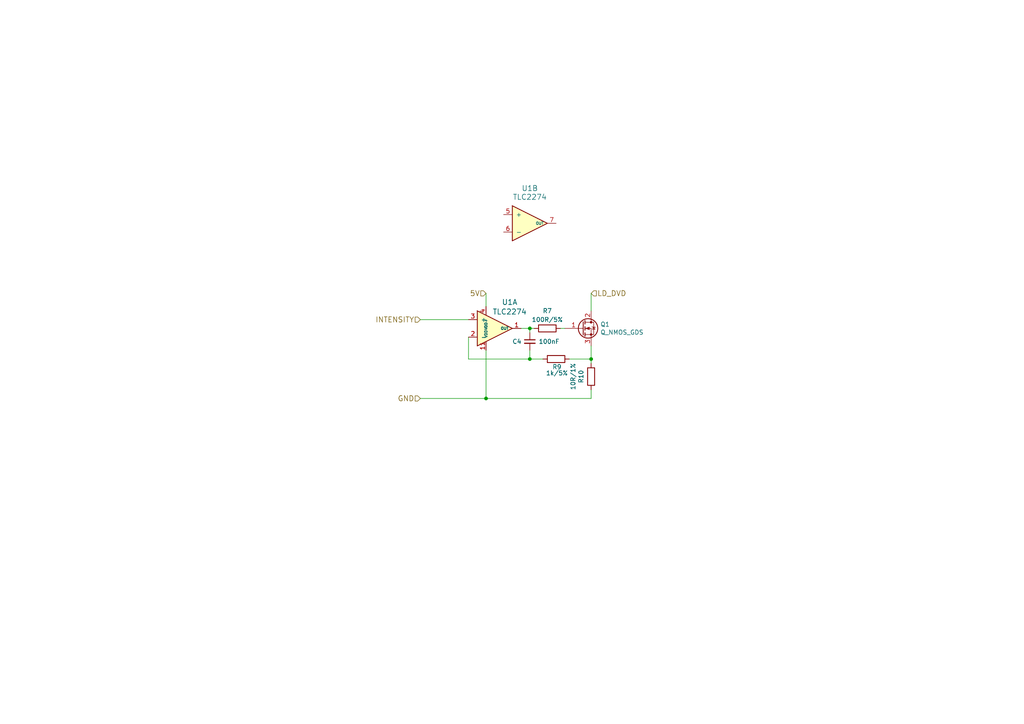
<source format=kicad_sch>
(kicad_sch (version 20231120) (generator "eeschema") (generator_version "8.0")
  (paper "A4")
  (lib_symbols
    (symbol "DVDLaserScanner-rescue:C_Small" (pin_numbers hide) (pin_names (offset 0.254) hide)
      (property "Reference" "C" (at 0.254 1.778 0))
      (property "Value" "C_Small" (at 0.254 -2.032 0))
      (symbol "C_Small_0_1"
        (polyline (pts (xy -1.524 -0.508) (xy 1.524 -0.508)) (stroke (width 0.3302)))
        (polyline (pts (xy -1.524 0.508) (xy 1.524 0.508)) (stroke (width 0.3048)))
      )
      (symbol "C_Small_1_1"
        (pin passive line (at 0 2.54 270) (length 2.032) (name "~") (number "1"))
        (pin passive line (at 0 -2.54 90) (length 2.032) (name "~") (number "2"))
      )
    )
    (symbol "DVDLaserScanner-rescue:Q_NMOS_GDS" (pin_names (offset 0) hide)
      (property "Reference" "Q" (at 5.08 1.27 0))
      (property "Value" "Q_NMOS_GDS" (at 5.08 -1.27 0))
      (symbol "Q_NMOS_GDS_0_1"
        (polyline (pts (xy 0.0508 0) (xy 0.254 0)))
        (polyline (pts (xy 0.762 -1.778) (xy 2.54 -1.778)))
        (polyline (pts (xy 0.762 -1.27) (xy 0.762 -2.286)) (stroke (width 0.254)))
        (polyline (pts (xy 0.762 0) (xy 2.54 0)))
        (polyline (pts (xy 0.762 0.508) (xy 0.762 -0.508)) (stroke (width 0.254)))
        (polyline (pts (xy 0.762 1.778) (xy 2.54 1.778)))
        (polyline (pts (xy 0.762 2.286) (xy 0.762 1.27)) (stroke (width 0.254)))
        (polyline (pts (xy 2.54 -1.778) (xy 2.54 -2.54)))
        (polyline (pts (xy 2.54 -1.778) (xy 2.54 0)))
        (polyline (pts (xy 2.54 2.54) (xy 2.54 1.778)))
        (polyline (pts (xy 0.254 1.905) (xy 0.254 -1.905) (xy 0.254 -1.905)) (stroke (width 0.254)))
        (polyline (pts (xy 1.016 0) (xy 2.032 0.381) (xy 2.032 -0.381) (xy 1.016 0)) (fill (type outline)))
        (polyline (pts (xy 2.54 -1.778) (xy 3.302 -1.778) (xy 3.302 1.778) (xy 2.54 1.778)))
        (polyline (pts (xy 2.794 0.508) (xy 2.921 0.381) (xy 3.683 0.381) (xy 3.81 0.254)))
        (polyline (pts (xy 3.302 0.381) (xy 2.921 -0.254) (xy 3.683 -0.254) (xy 3.302 0.381)))
        (circle (center 1.651 0) (radius 2.8194) (stroke (width 0.254)))
        (circle (center 2.54 -1.778) (radius 0.2794) (fill (type outline)))
        (circle (center 2.54 1.778) (radius 0.2794) (fill (type outline)))
      )
      (symbol "Q_NMOS_GDS_1_1"
        (pin input line (at -5.08 0 0) (length 5.08) (name "G") (number "1"))
        (pin passive line (at 2.54 5.08 270) (length 2.54) (name "D") (number "2"))
        (pin passive line (at 2.54 -5.08 90) (length 2.54) (name "S") (number "3"))
      )
    )
    (symbol "DVDLaserScanner-rescue:R" (pin_numbers hide) (pin_names (offset 0))
      (property "Reference" "R" (at 2.032 0 90))
      (property "Value" "R" (at 0 0 90))
      (symbol "R_0_1"
        (rectangle (start -1.016 -2.54) (end 1.016 2.54) (stroke (width 0.254)))
      )
      (symbol "R_1_1"
        (pin passive line (at 0 3.81 270) (length 1.27) (name "~") (number "1"))
        (pin passive line (at 0 -3.81 90) (length 1.27) (name "~") (number "2"))
      )
    )
    (symbol "DVDLaserScanner-rescue:TLC2274" (pin_names (offset 1.016))
      (property "Reference" "U" (at 5.715 3.81 0))
      (property "Value" "TLC2274" (at 6.985 -3.81 0))
      (symbol "TLC2274_0_1"
        (polyline (pts (xy -2.54 5.08) (xy 7.62 0) (xy -2.54 -5.08) (xy -2.54 5.08)) (stroke (width 0.254)) (fill (type background)))
      )
      (symbol "TLC2274_1_1"
        (pin input line (at 10.16 0 180) (length 2.54) (name "OUT") (number "1"))
        (pin input line (at 0 -6.35 90) (length 2.54) (name "VDD-") (number "11"))
        (pin input line (at -5.08 -2.54 0) (length 2.54) (name "-") (number "2"))
        (pin input line (at -5.08 2.54 0) (length 2.54) (name "+") (number "3"))
        (pin input line (at 0 6.35 270) (length 2.54) (name "VDD+") (number "4"))
      )
      (symbol "TLC2274_2_1"
        (pin input line (at -5.08 2.54 0) (length 2.54) (name "+") (number "5"))
        (pin input line (at -5.08 -2.54 0) (length 2.54) (name "-") (number "6"))
        (pin input line (at 10.16 0 180) (length 2.54) (name "OUT") (number "7"))
      )
      (symbol "TLC2274_3_1"
        (pin input line (at -5.08 2.54 0) (length 2.54) (name "+") (number "10"))
        (pin input line (at 10.16 0 180) (length 2.54) (name "OUT") (number "8"))
        (pin input line (at -5.08 -2.54 0) (length 2.54) (name "-") (number "9"))
      )
      (symbol "TLC2274_4_1"
        (pin input line (at -5.08 2.54 0) (length 2.54) (name "+") (number "12"))
        (pin input line (at -5.08 -2.54 0) (length 2.54) (name "-") (number "13"))
        (pin input line (at 10.16 0 180) (length 2.54) (name "OUT") (number "14"))
      )
    )
  )
  (junction (at 171.45 104.14))
  (junction (at 153.67 95.25))
  (junction (at 140.97 115.57))
  (junction (at 153.67 104.14))
  (wire (pts (xy 171.45 104.14) (xy 171.45 105.41)))
  (wire (pts (xy 171.45 104.14) (xy 165.1 104.14)))
  (wire (pts (xy 153.67 104.14) (xy 157.48 104.14)))
  (wire (pts (xy 151.13 95.25) (xy 153.67 95.25)))
  (wire (pts (xy 171.45 100.33) (xy 171.45 104.14)))
  (wire (pts (xy 153.67 101.6) (xy 153.67 104.14)))
  (wire (pts (xy 121.92 92.71) (xy 135.89 92.71)))
  (wire (pts (xy 171.45 85.09) (xy 171.45 90.17)))
  (wire (pts (xy 121.92 115.57) (xy 140.97 115.57)))
  (wire (pts (xy 140.97 85.09) (xy 140.97 88.9)))
  (wire (pts (xy 153.67 95.25) (xy 153.67 96.52)))
  (wire (pts (xy 153.67 95.25) (xy 154.94 95.25)))
  (wire (pts (xy 140.97 115.57) (xy 171.45 115.57)))
  (wire (pts (xy 135.89 104.14) (xy 135.89 97.79)))
  (wire (pts (xy 140.97 101.6) (xy 140.97 115.57)))
  (wire (pts (xy 135.89 104.14) (xy 153.67 104.14)))
  (wire (pts (xy 171.45 115.57) (xy 171.45 113.03)))
  (wire (pts (xy 162.56 95.25) (xy 163.83 95.25)))
  (hierarchical_label "INTENSITY" (shape input) (at 121.92 92.71 180) (effects (font (size 1.524 1.524))))
  (hierarchical_label "GND" (shape input) (at 121.92 115.57 180) (effects (font (size 1.524 1.524))))
  (hierarchical_label "5V" (shape input) (at 140.97 85.09 180) (effects (font (size 1.524 1.524))))
  (hierarchical_label "LD_DVD" (shape input) (at 171.45 85.09 0) (effects (font (size 1.524 1.524))))
  (symbol (lib_id "DVDLaserScanner-rescue:R") (at 158.75 95.25 270) (unit 1)
    (property "Reference" "R7" (at 158.75 90.17 90))
    (property "Value" "100R/5%" (at 158.75 92.71 90))
    (property "Footprint" "GaudiLabsFootPrints:0805G" (effects (hide yes)))
  )
  (symbol (lib_id "DVDLaserScanner-rescue:TLC2274") (at 151.13 64.77 0) (unit 2)
    (property "Reference" "U1" (at 153.67 54.61 0) (effects (font (size 1.524 1.524))))
    (property "Value" "TLC2274" (at 153.67 57.15 0) (effects (font (size 1.524 1.524))))
  )
  (symbol (lib_id "DVDLaserScanner-rescue:C_Small") (at 153.67 99.06 0) (unit 1)
    (property "Reference" "C4" (at 148.59 99.06 0) (effects (justify left)))
    (property "Value" "100nF" (at 156.21 99.06 0) (effects (justify left)))
    (property "Footprint" "GaudiLabsFootPrints:0805G" (effects (hide yes)))
  )
  (symbol (lib_id "DVDLaserScanner-rescue:TLC2274") (at 140.97 95.25 0) (unit 1)
    (property "Reference" "U1" (at 147.828 87.63 0) (effects (font (size 1.524 1.524))))
    (property "Value" "TLC2274" (at 147.828 90.424 0) (effects (font (size 1.524 1.524))))
  )
  (symbol (lib_id "DVDLaserScanner-rescue:R") (at 171.45 109.22 180) (unit 1)
    (property "Reference" "R10" (at 168.529 109.22 90))
    (property "Value" "10R/1%" (at 166.2176 109.22 90))
    (property "Footprint" "GaudiLabsFootPrints:0805G" (effects (hide yes)))
  )
  (symbol (lib_id "DVDLaserScanner-rescue:Q_NMOS_GDS") (at 168.91 95.25 0) (unit 1)
    (property "Reference" "Q1" (at 174.117 94.0816 0) (effects (justify left)))
    (property "Value" "Q_NMOS_GDS" (at 174.117 96.393 0) (effects (justify left)))
    (property "Footprint" "TO_SOT_Packages_SMD:TO-252-2Lead" (effects (hide yes)))
  )
  (symbol (lib_id "DVDLaserScanner-rescue:R") (at 161.29 104.14 270) (unit 1)
    (property "Reference" "R9" (at 161.544 106.426 90))
    (property "Value" "1k/5%" (at 161.544 108.204 90))
    (property "Footprint" "GaudiLabsFootPrints:0805G" (effects (hide yes)))
  )
)
</source>
